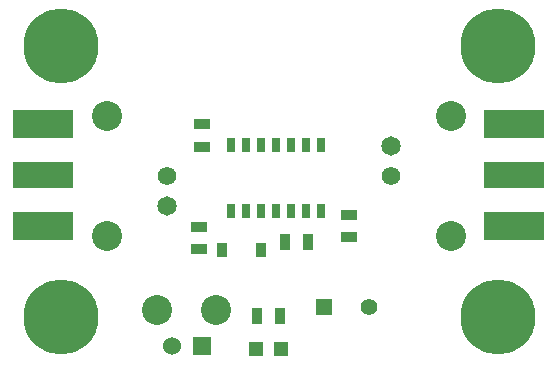
<source format=gts>
G04 (created by PCBNEW (2013-07-07 BZR 4022)-stable) date 11/2/2014 12:28:19 PM*
%MOIN*%
G04 Gerber Fmt 3.4, Leading zero omitted, Abs format*
%FSLAX34Y34*%
G01*
G70*
G90*
G04 APERTURE LIST*
%ADD10C,0.00590551*%
%ADD11R,0.035X0.055*%
%ADD12R,0.055X0.035*%
%ADD13R,0.055X0.055*%
%ADD14C,0.055*%
%ADD15C,0.1*%
%ADD16R,0.025X0.05*%
%ADD17C,0.25*%
%ADD18R,0.2X0.09*%
%ADD19R,0.2X0.095*%
%ADD20C,0.062*%
%ADD21C,0.065*%
%ADD22R,0.0358X0.048*%
%ADD23R,0.0472X0.0472*%
%ADD24R,0.06X0.06*%
%ADD25C,0.06*%
G04 APERTURE END LIST*
G54D10*
G54D11*
X9073Y-8122D03*
X9823Y-8122D03*
G54D12*
X6200Y-8375D03*
X6200Y-7625D03*
X6299Y-4953D03*
X6299Y-4203D03*
G54D13*
X10350Y-10300D03*
G54D14*
X11850Y-10300D03*
G54D15*
X6771Y-10405D03*
X4803Y-10405D03*
G54D16*
X7250Y-7100D03*
X7750Y-7100D03*
X8250Y-7100D03*
X8750Y-7100D03*
X9250Y-7100D03*
X9750Y-7100D03*
X10250Y-7100D03*
X10250Y-4900D03*
X9750Y-4900D03*
X9250Y-4900D03*
X8750Y-4900D03*
X8250Y-4900D03*
X7750Y-4900D03*
X7250Y-4900D03*
G54D17*
X1574Y-10641D03*
X16141Y-1586D03*
X1574Y-1586D03*
G54D18*
X1000Y-5900D03*
G54D19*
X1000Y-4200D03*
X1000Y-7600D03*
G54D20*
X5118Y-5917D03*
G54D21*
X5118Y-6917D03*
G54D15*
X3118Y-7917D03*
X3118Y-3917D03*
G54D18*
X16700Y-5900D03*
G54D19*
X16700Y-4200D03*
X16700Y-7600D03*
G54D17*
X16141Y-10641D03*
G54D20*
X12598Y-5917D03*
G54D21*
X12598Y-4917D03*
G54D15*
X14598Y-3917D03*
X14598Y-7917D03*
G54D12*
X11200Y-7975D03*
X11200Y-7225D03*
G54D22*
X6956Y-8400D03*
X8244Y-8400D03*
G54D11*
X8125Y-10600D03*
X8875Y-10600D03*
G54D23*
X8913Y-11700D03*
X8087Y-11700D03*
G54D24*
X6300Y-11600D03*
G54D25*
X5300Y-11600D03*
M02*

</source>
